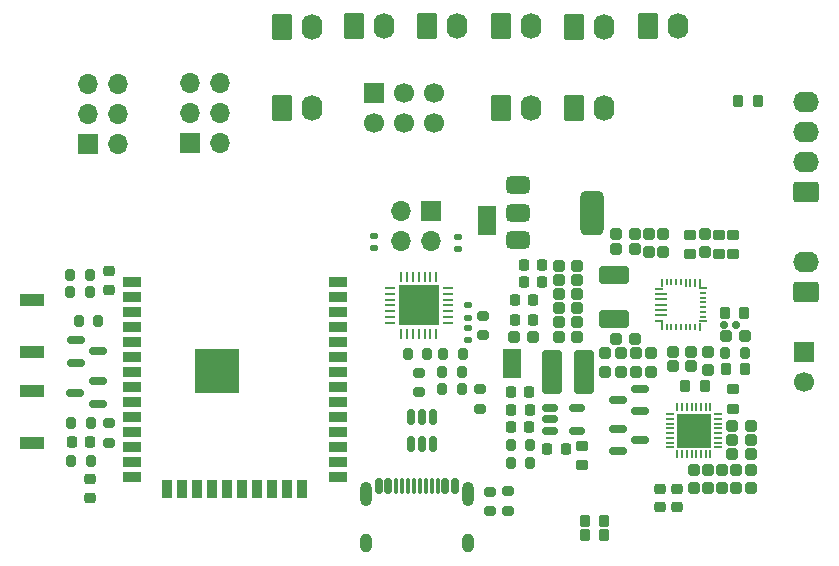
<source format=gbr>
%TF.GenerationSoftware,KiCad,Pcbnew,9.0.2-9.0.2-0~ubuntu24.04.1*%
%TF.CreationDate,2025-05-21T01:19:16+02:00*%
%TF.ProjectId,Pilot6Axis,50696c6f-7436-4417-9869-732e6b696361,rev?*%
%TF.SameCoordinates,Original*%
%TF.FileFunction,Soldermask,Top*%
%TF.FilePolarity,Negative*%
%FSLAX46Y46*%
G04 Gerber Fmt 4.6, Leading zero omitted, Abs format (unit mm)*
G04 Created by KiCad (PCBNEW 9.0.2-9.0.2-0~ubuntu24.04.1) date 2025-05-21 01:19:16*
%MOMM*%
%LPD*%
G01*
G04 APERTURE LIST*
G04 Aperture macros list*
%AMRoundRect*
0 Rectangle with rounded corners*
0 $1 Rounding radius*
0 $2 $3 $4 $5 $6 $7 $8 $9 X,Y pos of 4 corners*
0 Add a 4 corners polygon primitive as box body*
4,1,4,$2,$3,$4,$5,$6,$7,$8,$9,$2,$3,0*
0 Add four circle primitives for the rounded corners*
1,1,$1+$1,$2,$3*
1,1,$1+$1,$4,$5*
1,1,$1+$1,$6,$7*
1,1,$1+$1,$8,$9*
0 Add four rect primitives between the rounded corners*
20,1,$1+$1,$2,$3,$4,$5,0*
20,1,$1+$1,$4,$5,$6,$7,0*
20,1,$1+$1,$6,$7,$8,$9,0*
20,1,$1+$1,$8,$9,$2,$3,0*%
%AMFreePoly0*
4,1,6,1.000000,0.000000,0.500000,-0.750000,-0.500000,-0.750000,-0.500000,0.750000,0.500000,0.750000,1.000000,0.000000,1.000000,0.000000,$1*%
%AMFreePoly1*
4,1,6,0.500000,-0.750000,-0.650000,-0.750000,-0.150000,0.000000,-0.650000,0.750000,0.500000,0.750000,0.500000,-0.750000,0.500000,-0.750000,$1*%
G04 Aperture macros list end*
%ADD10RoundRect,0.200000X-0.200000X-0.275000X0.200000X-0.275000X0.200000X0.275000X-0.200000X0.275000X0*%
%ADD11RoundRect,0.244000X-0.269000X0.244000X-0.269000X-0.244000X0.269000X-0.244000X0.269000X0.244000X0*%
%ADD12RoundRect,0.200000X0.275000X-0.200000X0.275000X0.200000X-0.275000X0.200000X-0.275000X-0.200000X0*%
%ADD13RoundRect,0.135000X-0.185000X0.135000X-0.185000X-0.135000X0.185000X-0.135000X0.185000X0.135000X0*%
%ADD14R,1.700000X1.700000*%
%ADD15O,1.700000X1.700000*%
%ADD16RoundRect,0.225000X-0.225000X-0.250000X0.225000X-0.250000X0.225000X0.250000X-0.225000X0.250000X0*%
%ADD17RoundRect,0.244000X0.269000X-0.244000X0.269000X0.244000X-0.269000X0.244000X-0.269000X-0.244000X0*%
%ADD18RoundRect,0.244000X-0.244000X-0.269000X0.244000X-0.269000X0.244000X0.269000X-0.244000X0.269000X0*%
%ADD19RoundRect,0.150000X-0.150000X-0.500000X0.150000X-0.500000X0.150000X0.500000X-0.150000X0.500000X0*%
%ADD20RoundRect,0.075000X-0.075000X-0.575000X0.075000X-0.575000X0.075000X0.575000X-0.075000X0.575000X0*%
%ADD21O,1.000000X2.100000*%
%ADD22O,1.000000X1.600000*%
%ADD23RoundRect,0.219000X0.294000X-0.219000X0.294000X0.219000X-0.294000X0.219000X-0.294000X-0.219000X0*%
%ADD24RoundRect,0.150000X0.590000X0.150000X-0.590000X0.150000X-0.590000X-0.150000X0.590000X-0.150000X0*%
%ADD25RoundRect,0.200000X0.200000X0.275000X-0.200000X0.275000X-0.200000X-0.275000X0.200000X-0.275000X0*%
%ADD26RoundRect,0.244000X0.244000X0.269000X-0.244000X0.269000X-0.244000X-0.269000X0.244000X-0.269000X0*%
%ADD27RoundRect,0.218750X-0.218750X-0.256250X0.218750X-0.256250X0.218750X0.256250X-0.218750X0.256250X0*%
%ADD28RoundRect,0.239000X-0.274000X0.239000X-0.274000X-0.239000X0.274000X-0.239000X0.274000X0.239000X0*%
%ADD29RoundRect,0.219000X-0.219000X-0.294000X0.219000X-0.294000X0.219000X0.294000X-0.219000X0.294000X0*%
%ADD30R,0.750000X0.200000*%
%ADD31R,0.200000X0.750000*%
%ADD32R,2.850000X2.850000*%
%ADD33RoundRect,0.219000X-0.294000X0.219000X-0.294000X-0.219000X0.294000X-0.219000X0.294000X0.219000X0*%
%ADD34RoundRect,0.250000X-0.620000X-0.845000X0.620000X-0.845000X0.620000X0.845000X-0.620000X0.845000X0*%
%ADD35O,1.740000X2.190000*%
%ADD36RoundRect,0.150000X-0.512500X-0.150000X0.512500X-0.150000X0.512500X0.150000X-0.512500X0.150000X0*%
%ADD37RoundRect,0.225000X-0.250000X0.225000X-0.250000X-0.225000X0.250000X-0.225000X0.250000X0.225000X0*%
%ADD38RoundRect,0.250000X0.845000X-0.620000X0.845000X0.620000X-0.845000X0.620000X-0.845000X-0.620000X0*%
%ADD39O,2.190000X1.740000*%
%ADD40R,2.000000X1.050000*%
%ADD41RoundRect,0.225000X0.225000X0.250000X-0.225000X0.250000X-0.225000X-0.250000X0.225000X-0.250000X0*%
%ADD42FreePoly0,270.000000*%
%ADD43FreePoly1,270.000000*%
%ADD44RoundRect,0.159000X-0.159000X-0.189000X0.159000X-0.189000X0.159000X0.189000X-0.159000X0.189000X0*%
%ADD45RoundRect,0.150000X-0.590000X-0.150000X0.590000X-0.150000X0.590000X0.150000X-0.590000X0.150000X0*%
%ADD46C,1.700000*%
%ADD47R,0.200000X0.600000*%
%ADD48R,0.200000X0.700000*%
%ADD49R,0.600000X0.200000*%
%ADD50R,0.200000X0.650000*%
%ADD51R,0.200000X0.680000*%
%ADD52R,1.000000X0.200000*%
%ADD53R,0.700000X0.200000*%
%ADD54RoundRect,0.150000X0.150000X-0.512500X0.150000X0.512500X-0.150000X0.512500X-0.150000X-0.512500X0*%
%ADD55RoundRect,0.062500X0.062500X-0.337500X0.062500X0.337500X-0.062500X0.337500X-0.062500X-0.337500X0*%
%ADD56RoundRect,0.062500X0.337500X-0.062500X0.337500X0.062500X-0.337500X0.062500X-0.337500X-0.062500X0*%
%ADD57R,3.350000X3.350000*%
%ADD58RoundRect,0.250000X-0.600000X-1.600000X0.600000X-1.600000X0.600000X1.600000X-0.600000X1.600000X0*%
%ADD59RoundRect,0.250001X0.999999X-0.499999X0.999999X0.499999X-0.999999X0.499999X-0.999999X-0.499999X0*%
%ADD60R,1.500000X0.900000*%
%ADD61R,0.900000X1.500000*%
%ADD62C,0.600000*%
%ADD63R,3.800000X3.800000*%
%ADD64RoundRect,0.375000X-0.625000X-0.375000X0.625000X-0.375000X0.625000X0.375000X-0.625000X0.375000X0*%
%ADD65RoundRect,0.500000X-0.500000X-1.400000X0.500000X-1.400000X0.500000X1.400000X-0.500000X1.400000X0*%
%ADD66RoundRect,0.225000X0.250000X-0.225000X0.250000X0.225000X-0.250000X0.225000X-0.250000X-0.225000X0*%
%ADD67RoundRect,0.200000X-0.275000X0.200000X-0.275000X-0.200000X0.275000X-0.200000X0.275000X0.200000X0*%
G04 APERTURE END LIST*
%TO.C,JP1*%
G36*
X158711200Y-95080800D02*
G01*
X157211200Y-95080800D01*
X157211200Y-97530800D01*
X158711200Y-97530800D01*
X158711200Y-95080800D01*
G37*
%TO.C,JP300*%
G36*
X160811200Y-107205800D02*
G01*
X159311200Y-107205800D01*
X159311200Y-109655800D01*
X160811200Y-109655800D01*
X160811200Y-107205800D01*
G37*
%TD*%
D10*
%TO.C,R16*%
X122675000Y-102400000D03*
X124325000Y-102400000D03*
%TD*%
%TO.C,R27*%
X178111200Y-107530800D03*
X179761200Y-107530800D03*
%TD*%
D11*
%TO.C,C18*%
X177861200Y-117430800D03*
X177861200Y-118990800D03*
%TD*%
D12*
%TO.C,C9*%
X157561200Y-106055800D03*
X157561200Y-104405800D03*
%TD*%
D10*
%TO.C,R2*%
X159961200Y-116830800D03*
X161611200Y-116830800D03*
%TD*%
D13*
%TO.C,R9*%
X156361200Y-103520801D03*
X156361200Y-104540799D03*
%TD*%
D14*
%TO.C,J3*%
X124160000Y-89880000D03*
D15*
X126700000Y-89880000D03*
X124160000Y-87340000D03*
X126700000Y-87340000D03*
X124160000Y-84800001D03*
X126700000Y-84800000D03*
%TD*%
D16*
%TO.C,C6*%
X161059380Y-101558800D03*
X162609380Y-101558800D03*
%TD*%
D12*
%TO.C,C8*%
X159731200Y-120885800D03*
X159731200Y-119235800D03*
%TD*%
D17*
%TO.C,C36*%
X176361200Y-99030800D03*
X176361200Y-97470800D03*
%TD*%
D18*
%TO.C,C26*%
X178701200Y-116130800D03*
X180261200Y-116130800D03*
%TD*%
D12*
%TO.C,R5*%
X152161200Y-110855800D03*
X152161200Y-109205800D03*
%TD*%
D19*
%TO.C,J2*%
X148800000Y-118815000D03*
X149600000Y-118815000D03*
D20*
X150750000Y-118815001D03*
X151750000Y-118815000D03*
X152250000Y-118815000D03*
X153250000Y-118815001D03*
D19*
X154400000Y-118815000D03*
X155200000Y-118815000D03*
X155200000Y-118815000D03*
X154400000Y-118815000D03*
D20*
X153750000Y-118815000D03*
X152750000Y-118815000D03*
X151250000Y-118815000D03*
X150250000Y-118815000D03*
D19*
X149600000Y-118815000D03*
X148800000Y-118815000D03*
D21*
X147680000Y-119455000D03*
D22*
X147680000Y-123635000D03*
D21*
X156320000Y-119455000D03*
D22*
X156320000Y-123635000D03*
%TD*%
D23*
%TO.C,R25*%
X177561200Y-99170800D03*
X177561200Y-97530800D03*
%TD*%
D24*
%TO.C,Q3*%
X124979999Y-111850000D03*
X124979999Y-109950000D03*
X123100000Y-110900000D03*
%TD*%
D11*
%TO.C,C19*%
X179061200Y-117450800D03*
X179061200Y-119010800D03*
%TD*%
%TO.C,C17*%
X176661200Y-117450800D03*
X176661200Y-119010800D03*
%TD*%
D25*
%TO.C,R12*%
X125025000Y-104800000D03*
X123375000Y-104800000D03*
%TD*%
D10*
%TO.C,R15*%
X122745000Y-113510000D03*
X124395000Y-113510000D03*
%TD*%
D16*
%TO.C,C5*%
X160284380Y-104758800D03*
X161834380Y-104758800D03*
%TD*%
%TO.C,C1*%
X159986200Y-110830800D03*
X161536200Y-110830800D03*
%TD*%
%TO.C,C15*%
X122795000Y-115105001D03*
X124345000Y-115105001D03*
%TD*%
D12*
%TO.C,R11*%
X125900000Y-115125000D03*
X125900000Y-113475000D03*
%TD*%
D13*
%TO.C,R20*%
X155501200Y-97690801D03*
X155501200Y-98710799D03*
%TD*%
D26*
%TO.C,C44*%
X165594380Y-101358800D03*
X164034380Y-101358800D03*
%TD*%
D27*
%TO.C,D1*%
X159973699Y-112330800D03*
X161548701Y-112330800D03*
%TD*%
D28*
%TO.C,D4*%
X176661200Y-107440800D03*
X176661200Y-109020800D03*
%TD*%
D10*
%TO.C,R1*%
X159961200Y-115330800D03*
X161611200Y-115330800D03*
%TD*%
D29*
%TO.C,R22*%
X179231200Y-86200800D03*
X180871200Y-86200800D03*
%TD*%
D30*
%TO.C,IC4*%
X177461200Y-115530800D03*
X177461200Y-115130800D03*
X177461200Y-114730800D03*
X177461200Y-114330800D03*
X177461200Y-113930800D03*
X177461200Y-113530800D03*
X177461200Y-113130800D03*
X177461200Y-112730800D03*
D31*
X176861200Y-112130800D03*
X176461200Y-112130800D03*
X176061200Y-112130800D03*
X175661200Y-112130800D03*
X175261200Y-112130800D03*
X174861200Y-112130800D03*
X174461200Y-112130800D03*
X174061200Y-112130800D03*
D30*
X173461200Y-112730800D03*
X173461200Y-113130800D03*
X173461200Y-113530800D03*
X173461200Y-113930800D03*
X173461200Y-114330800D03*
X173461200Y-114730800D03*
X173461200Y-115130800D03*
X173461200Y-115530800D03*
D31*
X174061200Y-116130800D03*
X174461200Y-116130800D03*
X174861200Y-116130800D03*
X175261200Y-116130800D03*
X175661200Y-116130800D03*
X176061200Y-116130800D03*
X176461200Y-116130800D03*
X176861200Y-116130800D03*
D32*
X175461200Y-114130800D03*
%TD*%
D33*
%TO.C,R21*%
X165961200Y-115390800D03*
X165961200Y-117030800D03*
%TD*%
D17*
%TO.C,C30*%
X171661200Y-99010800D03*
X171661200Y-97450800D03*
%TD*%
D34*
%TO.C,J7*%
X152851200Y-79880800D03*
D35*
X155391200Y-79880800D03*
%TD*%
D36*
%TO.C,IC1*%
X163296880Y-112208801D03*
X163296880Y-113158800D03*
X163296880Y-114108799D03*
X165571880Y-114108799D03*
X165571880Y-112208801D03*
%TD*%
D37*
%TO.C,C14*%
X125900000Y-100625000D03*
X125900000Y-102175000D03*
%TD*%
D16*
%TO.C,C4*%
X160284380Y-103058800D03*
X161834380Y-103058800D03*
%TD*%
D34*
%TO.C,J10*%
X159119999Y-86800002D03*
D35*
X161659999Y-86800002D03*
%TD*%
D37*
%TO.C,C13*%
X124350000Y-118230001D03*
X124350000Y-119780001D03*
%TD*%
D18*
%TO.C,C28*%
X173681200Y-108630800D03*
X175241200Y-108630800D03*
%TD*%
D38*
%TO.C,J15*%
X184931200Y-93920800D03*
D39*
X184931200Y-91380800D03*
X184931200Y-88840800D03*
X184931200Y-86300800D03*
%TD*%
D29*
%TO.C,R6*%
X178141200Y-108930800D03*
X179781200Y-108930800D03*
%TD*%
D40*
%TO.C,SW1*%
X119400000Y-110749998D03*
X119400000Y-115200000D03*
%TD*%
D41*
%TO.C,C3*%
X164609380Y-115658800D03*
X163059380Y-115658800D03*
%TD*%
D18*
%TO.C,C23*%
X178701200Y-113730800D03*
X180261200Y-113730800D03*
%TD*%
D42*
%TO.C,JP1*%
X157961200Y-95580800D03*
D43*
X157961200Y-97030800D03*
%TD*%
D17*
%TO.C,C29*%
X172861200Y-99010800D03*
X172861200Y-97450800D03*
%TD*%
D23*
%TO.C,R28*%
X178761200Y-99170800D03*
X178761200Y-97530800D03*
%TD*%
D42*
%TO.C,JP300*%
X160061200Y-107705800D03*
D43*
X160061200Y-109155800D03*
%TD*%
D29*
%TO.C,R24*%
X174741200Y-110330800D03*
X176381200Y-110330800D03*
%TD*%
D34*
%TO.C,J14*%
X140560000Y-79900000D03*
D35*
X143100000Y-79900000D03*
%TD*%
D34*
%TO.C,J6*%
X146701200Y-79890800D03*
D35*
X149241200Y-79890800D03*
%TD*%
D11*
%TO.C,C32*%
X167961200Y-107570800D03*
X167961200Y-109130800D03*
%TD*%
D26*
%TO.C,C39*%
X165594380Y-106158800D03*
X164034380Y-106158800D03*
%TD*%
%TO.C,C42*%
X165594380Y-102558800D03*
X164034380Y-102558800D03*
%TD*%
D44*
%TO.C,R32*%
X177986200Y-105130800D03*
X178986200Y-105130800D03*
%TD*%
D23*
%TO.C,R7*%
X178761200Y-112250800D03*
X178761200Y-110610800D03*
%TD*%
D18*
%TO.C,C43*%
X178206200Y-106130800D03*
X179766200Y-106130800D03*
%TD*%
D45*
%TO.C,Q1*%
X123160000Y-106450000D03*
X123160000Y-108350000D03*
X125039999Y-107400000D03*
%TD*%
D13*
%TO.C,R8*%
X156361200Y-105420801D03*
X156361200Y-106440799D03*
%TD*%
D14*
%TO.C,J19*%
X132810000Y-89800000D03*
D15*
X135350000Y-89800000D03*
X132810000Y-87260000D03*
X135350000Y-87260000D03*
X132810000Y-84720001D03*
X135350000Y-84720000D03*
%TD*%
D16*
%TO.C,C7*%
X161084380Y-100058800D03*
X162634380Y-100058800D03*
%TD*%
D26*
%TO.C,C38*%
X165594380Y-100158800D03*
X164034380Y-100158800D03*
%TD*%
D18*
%TO.C,C27*%
X173681200Y-107430800D03*
X175241200Y-107430800D03*
%TD*%
%TO.C,C35*%
X168881200Y-106330800D03*
X170441200Y-106330800D03*
%TD*%
D29*
%TO.C,R31*%
X178066200Y-104130800D03*
X179706200Y-104130800D03*
%TD*%
D10*
%TO.C,R4*%
X151236200Y-107630800D03*
X152886200Y-107630800D03*
%TD*%
D11*
%TO.C,C33*%
X171861200Y-107570800D03*
X171861200Y-109130800D03*
%TD*%
D34*
%TO.C,J12*%
X165329998Y-86800001D03*
D35*
X167869998Y-86800001D03*
%TD*%
D34*
%TO.C,J13*%
X171529999Y-79850800D03*
D35*
X174069999Y-79850800D03*
%TD*%
D29*
%TO.C,R18*%
X166241200Y-122930800D03*
X167881200Y-122930800D03*
%TD*%
%TO.C,R17*%
X166221200Y-121730800D03*
X167861200Y-121730800D03*
%TD*%
D14*
%TO.C,TH1*%
X184761200Y-107455800D03*
D46*
X184761200Y-109995800D03*
%TD*%
D14*
%TO.C,J5*%
X153200000Y-95560000D03*
D15*
X150660000Y-95560000D03*
X153200000Y-98100000D03*
X150660000Y-98100000D03*
%TD*%
D31*
%TO.C,IC3*%
X172761200Y-105280800D03*
D47*
X173161200Y-105355800D03*
X173561200Y-105355800D03*
X173961200Y-105355800D03*
X174361200Y-105355800D03*
X174761200Y-105355800D03*
X175161200Y-105355800D03*
X175561200Y-105355800D03*
D48*
X175961200Y-105305800D03*
D49*
X176261200Y-104455800D03*
X176261200Y-104055800D03*
X176261200Y-103655800D03*
X176261200Y-103255800D03*
X176261200Y-102855800D03*
X176261200Y-102455800D03*
D48*
X175961200Y-101602800D03*
X175561200Y-101605800D03*
D50*
X175161200Y-101580800D03*
D51*
X174761200Y-101595800D03*
D47*
X174361200Y-101555800D03*
X173961200Y-101555800D03*
X173561200Y-101555800D03*
X173161200Y-101555800D03*
D31*
X172761200Y-101630800D03*
D52*
X172661200Y-102555800D03*
X172661200Y-103005800D03*
X172661200Y-103455800D03*
X172661200Y-103905800D03*
X172661200Y-104355800D03*
D53*
X172511200Y-104805800D03*
X176211200Y-104855800D03*
X176211200Y-102055800D03*
X172511200Y-102105800D03*
%TD*%
D54*
%TO.C,U2*%
X151500002Y-115237500D03*
X152450001Y-115237500D03*
X153400000Y-115237500D03*
X153400000Y-112962500D03*
X152450001Y-112962500D03*
X151500002Y-112962500D03*
%TD*%
D26*
%TO.C,C41*%
X165594380Y-103758800D03*
X164034380Y-103758800D03*
%TD*%
D24*
%TO.C,Q4*%
X170891200Y-112450800D03*
X170891200Y-110550800D03*
X169011200Y-111500800D03*
%TD*%
D55*
%TO.C,U3*%
X150650001Y-105970001D03*
X151150001Y-105970001D03*
X151650001Y-105970001D03*
X152150001Y-105970002D03*
X152650001Y-105970001D03*
X153150001Y-105970001D03*
X153650001Y-105970001D03*
D56*
X154600001Y-105020001D03*
X154600001Y-104520001D03*
X154600001Y-104020001D03*
X154600002Y-103520001D03*
X154600001Y-103020001D03*
X154600001Y-102520001D03*
X154600001Y-102020001D03*
D55*
X153650001Y-101070001D03*
X153150001Y-101070001D03*
X152650001Y-101070001D03*
X152150001Y-101070000D03*
X151650001Y-101070001D03*
X151150001Y-101070001D03*
X150650001Y-101070001D03*
D56*
X149700001Y-102020001D03*
X149700001Y-102520001D03*
X149700001Y-103020001D03*
X149700000Y-103520001D03*
X149700001Y-104020001D03*
X149700001Y-104520001D03*
X149700001Y-105020001D03*
D57*
X152150001Y-103520001D03*
%TD*%
D58*
%TO.C,L1*%
X163484380Y-109158800D03*
X166184380Y-109158800D03*
%TD*%
D26*
%TO.C,C40*%
X165594380Y-104958800D03*
X164034380Y-104958800D03*
%TD*%
D40*
%TO.C,SW2*%
X119400000Y-107499999D03*
X119400000Y-103049997D03*
%TD*%
D11*
%TO.C,C20*%
X180261200Y-117450800D03*
X180261200Y-119010800D03*
%TD*%
D59*
%TO.C,L2*%
X168661200Y-104680800D03*
X168661200Y-100980800D03*
%TD*%
D60*
%TO.C,U4*%
X127845000Y-101495000D03*
X127845000Y-102765000D03*
X127845000Y-104035000D03*
X127845000Y-105305000D03*
X127845000Y-106575000D03*
X127845000Y-107845000D03*
X127845000Y-109115000D03*
X127845000Y-110385000D03*
X127845000Y-111655000D03*
X127845000Y-112925000D03*
X127845000Y-114195000D03*
X127845000Y-115465000D03*
X127845000Y-116735000D03*
X127845000Y-118005000D03*
D61*
X130880000Y-119100000D03*
X132150000Y-119100000D03*
X133420000Y-119099999D03*
X134690000Y-119100000D03*
X135960000Y-119100000D03*
X137230000Y-119100000D03*
X138500000Y-119100000D03*
X139770000Y-119099999D03*
X141040000Y-119100000D03*
X142310000Y-119100000D03*
D60*
X145345000Y-118005000D03*
X145345000Y-116735000D03*
X145345000Y-115465000D03*
X145345000Y-114195000D03*
X145345000Y-112925000D03*
X145345000Y-111655000D03*
X145345000Y-110385000D03*
X145345000Y-109115000D03*
X145345000Y-107845000D03*
X145345000Y-106575000D03*
X145345000Y-105305000D03*
X145345000Y-104035000D03*
X145345000Y-102765000D03*
X145345000Y-101495000D03*
D62*
X133695000Y-108360000D03*
X133695000Y-109760000D03*
X134395000Y-107660000D03*
X134395000Y-109060000D03*
X134395000Y-110460000D03*
X135095000Y-108360000D03*
D63*
X135095000Y-109060000D03*
D62*
X135095000Y-109760000D03*
X135795000Y-107660000D03*
X135795000Y-109060000D03*
X135795000Y-110460000D03*
X136495000Y-108360000D03*
X136495000Y-109760000D03*
%TD*%
D18*
%TO.C,C21*%
X178701200Y-114930800D03*
X180261200Y-114930800D03*
%TD*%
D25*
%TO.C,R13*%
X124395000Y-116670000D03*
X122745000Y-116670000D03*
%TD*%
D13*
%TO.C,R19*%
X148341200Y-97640801D03*
X148341200Y-98660799D03*
%TD*%
D11*
%TO.C,C31*%
X169261200Y-107570800D03*
X169261200Y-109130800D03*
%TD*%
D38*
%TO.C,J1*%
X184971200Y-102375800D03*
D39*
X184971200Y-99835800D03*
%TD*%
D14*
%TO.C,J16*%
X148361200Y-85510800D03*
D46*
X148361200Y-88050800D03*
X150901200Y-85510800D03*
X150901200Y-88050800D03*
X153441200Y-85510800D03*
X153441200Y-88050800D03*
%TD*%
D34*
%TO.C,J9*%
X159111200Y-79860800D03*
D35*
X161651200Y-79860800D03*
%TD*%
D34*
%TO.C,J11*%
X165329999Y-79900002D03*
D35*
X167869999Y-79900002D03*
%TD*%
D11*
%TO.C,C34*%
X170561200Y-107570800D03*
X170561200Y-109130800D03*
%TD*%
D23*
%TO.C,R30*%
X175161200Y-99150800D03*
X175161200Y-97510800D03*
%TD*%
D25*
%TO.C,C12*%
X155786200Y-109135799D03*
X154136200Y-109135799D03*
%TD*%
D18*
%TO.C,C16*%
X160254380Y-106158800D03*
X161814380Y-106158800D03*
%TD*%
D25*
%TO.C,R14*%
X124325000Y-100900000D03*
X122675000Y-100900000D03*
%TD*%
D64*
%TO.C,U1*%
X160534380Y-93358800D03*
X160534381Y-95658800D03*
D65*
X166834379Y-95658800D03*
D64*
X160534380Y-97958800D03*
%TD*%
D12*
%TO.C,R3*%
X158231200Y-120925800D03*
X158231200Y-119275800D03*
%TD*%
D11*
%TO.C,C22*%
X175461200Y-117450800D03*
X175461200Y-119010800D03*
%TD*%
D45*
%TO.C,Q2*%
X169011200Y-113950800D03*
X169011200Y-115850800D03*
X170891200Y-114900800D03*
%TD*%
D66*
%TO.C,C24*%
X174061200Y-120605800D03*
X174061200Y-119055800D03*
%TD*%
D67*
%TO.C,C10*%
X157361200Y-110605800D03*
X157361200Y-112255800D03*
%TD*%
D10*
%TO.C,R10*%
X154236200Y-107630800D03*
X155886200Y-107630800D03*
%TD*%
D66*
%TO.C,C25*%
X172561200Y-120605800D03*
X172561200Y-119055800D03*
%TD*%
D34*
%TO.C,J8*%
X140551200Y-86790800D03*
D35*
X143091200Y-86790800D03*
%TD*%
D26*
%TO.C,C45*%
X170441200Y-98730800D03*
X168881200Y-98730800D03*
%TD*%
D41*
%TO.C,C2*%
X161536200Y-113830800D03*
X159986200Y-113830800D03*
%TD*%
D25*
%TO.C,C11*%
X155786200Y-110630800D03*
X154136200Y-110630800D03*
%TD*%
D26*
%TO.C,C37*%
X170441200Y-97430800D03*
X168881200Y-97430800D03*
%TD*%
M02*

</source>
